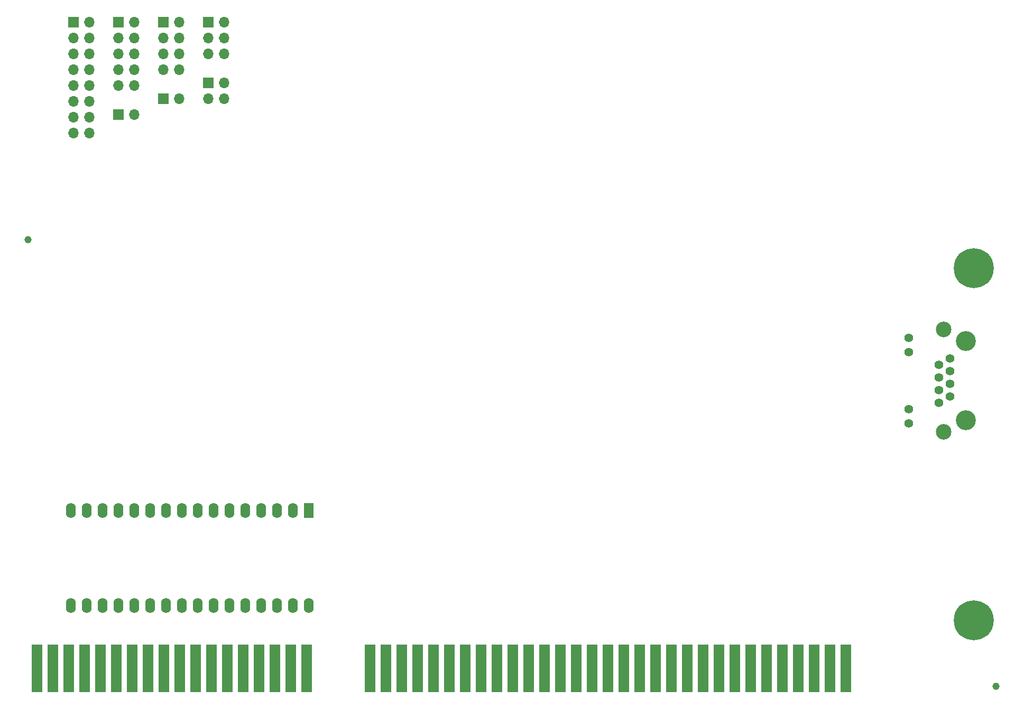
<source format=gbs>
%TF.GenerationSoftware,KiCad,Pcbnew,5.1.7*%
%TF.CreationDate,2020-11-14T02:02:55+01:00*%
%TF.ProjectId,ISA8019,49534138-3031-4392-9e6b-696361645f70,rev?*%
%TF.SameCoordinates,Original*%
%TF.FileFunction,Soldermask,Bot*%
%TF.FilePolarity,Negative*%
%FSLAX46Y46*%
G04 Gerber Fmt 4.6, Leading zero omitted, Abs format (unit mm)*
G04 Created by KiCad (PCBNEW 5.1.7) date 2020-11-14 02:02:55*
%MOMM*%
%LPD*%
G01*
G04 APERTURE LIST*
%ADD10R,1.780000X7.620000*%
%ADD11C,0.800000*%
%ADD12C,6.400000*%
%ADD13R,1.700000X1.700000*%
%ADD14O,1.700000X1.700000*%
%ADD15C,1.400000*%
%ADD16C,2.500000*%
%ADD17C,3.200000*%
%ADD18C,1.152000*%
%ADD19O,1.600000X2.400000*%
%ADD20R,1.600000X2.400000*%
G04 APERTURE END LIST*
D10*
%TO.C,J1*%
X38160000Y-159300000D03*
X40700000Y-159300000D03*
X43240000Y-159300000D03*
X45780000Y-159300000D03*
X48320000Y-159300000D03*
X50860000Y-159300000D03*
X53400000Y-159300000D03*
X55940000Y-159300000D03*
X58480000Y-159300000D03*
X61020000Y-159300000D03*
X63560000Y-159300000D03*
X66100000Y-159300000D03*
X68640000Y-159300000D03*
X71180000Y-159300000D03*
X73720000Y-159300000D03*
X76260000Y-159300000D03*
X78800000Y-159300000D03*
X81340000Y-159300000D03*
X91500000Y-159300000D03*
X94040000Y-159300000D03*
X96580000Y-159300000D03*
X99120000Y-159300000D03*
X101660000Y-159300000D03*
X104200000Y-159300000D03*
X106740000Y-159300000D03*
X109280000Y-159300000D03*
X111820000Y-159300000D03*
X114360000Y-159300000D03*
X116900000Y-159300000D03*
X119440000Y-159300000D03*
X121980000Y-159300000D03*
X124520000Y-159300000D03*
X127060000Y-159300000D03*
X129600000Y-159300000D03*
X132140000Y-159300000D03*
X134680000Y-159300000D03*
X137220000Y-159300000D03*
X139760000Y-159300000D03*
X142300000Y-159300000D03*
X144840000Y-159300000D03*
X147380000Y-159300000D03*
X149920000Y-159300000D03*
X152460000Y-159300000D03*
X155000000Y-159300000D03*
X157540000Y-159300000D03*
X160080000Y-159300000D03*
X162620000Y-159300000D03*
X165160000Y-159300000D03*
X167700000Y-159300000D03*
%TD*%
D11*
%TO.C,H4*%
X189848056Y-93402944D03*
X188151000Y-92700000D03*
X186453944Y-93402944D03*
X185751000Y-95100000D03*
X186453944Y-96797056D03*
X188151000Y-97500000D03*
X189848056Y-96797056D03*
X190551000Y-95100000D03*
D12*
X188151000Y-95100000D03*
%TD*%
D11*
%TO.C,H3*%
X189848056Y-149917944D03*
X188151000Y-149215000D03*
X186453944Y-149917944D03*
X185751000Y-151615000D03*
X186453944Y-153312056D03*
X188151000Y-154015000D03*
X189848056Y-153312056D03*
X190551000Y-151615000D03*
D12*
X188151000Y-151615000D03*
%TD*%
D13*
%TO.C,J9*%
X65615401Y-55689601D03*
D14*
X68155401Y-55689601D03*
X65615401Y-58229601D03*
X68155401Y-58229601D03*
X65615401Y-60769601D03*
X68155401Y-60769601D03*
%TD*%
D13*
%TO.C,J8*%
X65615401Y-65389601D03*
D14*
X68155401Y-65389601D03*
X65615401Y-67929601D03*
X68155401Y-67929601D03*
%TD*%
D13*
%TO.C,J7*%
X58415401Y-55689601D03*
D14*
X60955401Y-55689601D03*
X58415401Y-58229601D03*
X60955401Y-58229601D03*
X58415401Y-60769601D03*
X60955401Y-60769601D03*
X58415401Y-63309601D03*
X60955401Y-63309601D03*
%TD*%
D13*
%TO.C,J6*%
X51215401Y-55689601D03*
D14*
X53755401Y-55689601D03*
X51215401Y-58229601D03*
X53755401Y-58229601D03*
X51215401Y-60769601D03*
X53755401Y-60769601D03*
X51215401Y-63309601D03*
X53755401Y-63309601D03*
X51215401Y-65849601D03*
X53755401Y-65849601D03*
%TD*%
D13*
%TO.C,J5*%
X58415401Y-67939601D03*
D14*
X60955401Y-67939601D03*
%TD*%
D13*
%TO.C,J4*%
X51215401Y-70489601D03*
D14*
X53755401Y-70489601D03*
%TD*%
D13*
%TO.C,J3*%
X44015401Y-55689601D03*
D14*
X46555401Y-55689601D03*
X44015401Y-58229601D03*
X46555401Y-58229601D03*
X44015401Y-60769601D03*
X46555401Y-60769601D03*
X44015401Y-63309601D03*
X46555401Y-63309601D03*
X44015401Y-65849601D03*
X46555401Y-65849601D03*
X44015401Y-68389601D03*
X46555401Y-68389601D03*
X44015401Y-70929601D03*
X46555401Y-70929601D03*
X44015401Y-73469601D03*
X46555401Y-73469601D03*
%TD*%
D15*
%TO.C,J2*%
X177770000Y-117730000D03*
X177770000Y-120020000D03*
X177770000Y-108590000D03*
X177770000Y-106300000D03*
X182570000Y-116730000D03*
X184350000Y-115710000D03*
X182570000Y-114690000D03*
X184350000Y-113670000D03*
X182570000Y-112650000D03*
X184350000Y-111630000D03*
X182570000Y-110610000D03*
X184350000Y-109590000D03*
D16*
X183330000Y-121360000D03*
X183330000Y-104960000D03*
D17*
X186890000Y-119510000D03*
X186890000Y-106810000D03*
%TD*%
D18*
%TO.C,H2*%
X191770000Y-162179000D03*
%TD*%
%TO.C,H1*%
X36703000Y-90551000D03*
%TD*%
D19*
%TO.C,U3*%
X81700000Y-149265000D03*
X43600000Y-134025000D03*
X79160000Y-149265000D03*
X46140000Y-134025000D03*
X76620000Y-149265000D03*
X48680000Y-134025000D03*
X74080000Y-149265000D03*
X51220000Y-134025000D03*
X71540000Y-149265000D03*
X53760000Y-134025000D03*
X69000000Y-149265000D03*
X56300000Y-134025000D03*
X66460000Y-149265000D03*
X58840000Y-134025000D03*
X63920000Y-149265000D03*
X61380000Y-134025000D03*
X61380000Y-149265000D03*
X63920000Y-134025000D03*
X58840000Y-149265000D03*
X66460000Y-134025000D03*
X56300000Y-149265000D03*
X69000000Y-134025000D03*
X53760000Y-149265000D03*
X71540000Y-134025000D03*
X51220000Y-149265000D03*
X74080000Y-134025000D03*
X48680000Y-149265000D03*
X76620000Y-134025000D03*
X46140000Y-149265000D03*
X79160000Y-134025000D03*
X43600000Y-149265000D03*
D20*
X81700000Y-134025000D03*
%TD*%
M02*

</source>
